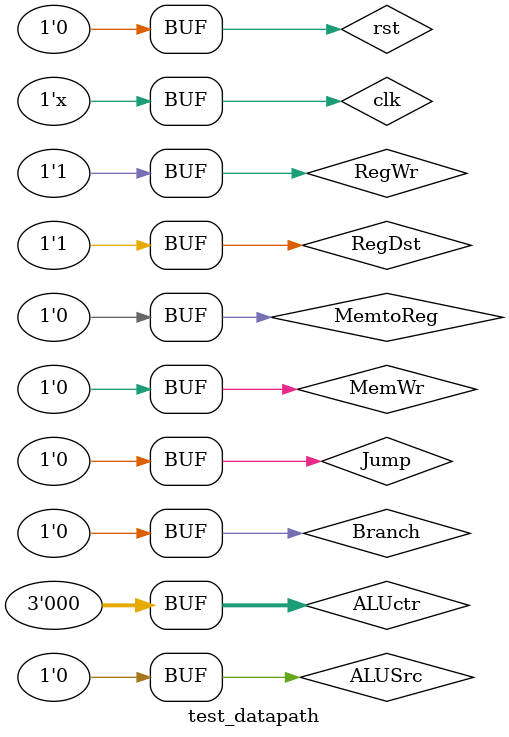
<source format=v>
module test_datapath();
     reg clk, rst,Branch, Jump, RegDst, ALUSrc, MemtoReg, RegWr, MemWr, ExtOp;
     reg [2:0] ALUctr;
     wire [2:0] op,func;

DataPath datap(.clk(clk), .rst(rst),
    .Branch(Branch), .Jump(Jump), .RegDst(RegDst), .ALUSrc(ALUSrc), .MemtoReg(MemtoReg), .RegWr(RegWr), .MemWr(MemWr), .ExtOp(ExtOp), .ALUctr(ALUctr),
    .op(op), .func(func));
    
     initial
       begin
       clk = 0;
       rst = 0;
       Branch = 0;
       Jump = 0;
       RegDst = 1;
       ALUctr = 3'b000;
       ALUSrc = 0;
       MemtoReg = 0;
       RegWr = 1;
       MemWr = 0;
       end
     always #30 clk = ~clk;   


endmodule

</source>
